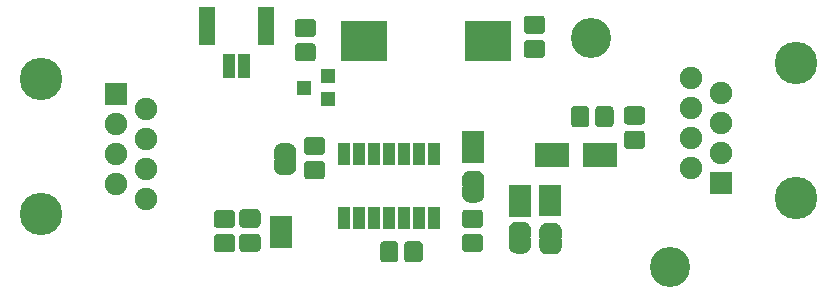
<source format=gbr>
G04 #@! TF.GenerationSoftware,KiCad,Pcbnew,(5.0.0)*
G04 #@! TF.CreationDate,2019-01-08T22:48:22-05:00*
G04 #@! TF.ProjectId,PoE PSE,506F45205053452E6B696361645F7063,rev?*
G04 #@! TF.SameCoordinates,Original*
G04 #@! TF.FileFunction,Soldermask,Top*
G04 #@! TF.FilePolarity,Negative*
%FSLAX46Y46*%
G04 Gerber Fmt 4.6, Leading zero omitted, Abs format (unit mm)*
G04 Created by KiCad (PCBNEW (5.0.0)) date 01/08/19 22:48:22*
%MOMM*%
%LPD*%
G01*
G04 APERTURE LIST*
%ADD10C,3.400000*%
%ADD11R,2.900000X2.100000*%
%ADD12R,3.900000X3.400000*%
%ADD13R,1.300000X1.200000*%
%ADD14C,0.100000*%
%ADD15C,1.550000*%
%ADD16C,1.900000*%
%ADD17R,1.900000X1.900000*%
%ADD18C,3.600000*%
%ADD19R,1.000000X2.100000*%
%ADD20R,1.400000X3.200000*%
%ADD21C,0.500000*%
%ADD22R,1.900000X1.400000*%
%ADD23R,1.000000X1.900000*%
G04 APERTURE END LIST*
D10*
G04 #@! TO.C,REF\002A\002A*
X150065740Y-116784120D03*
G04 #@! TD*
D11*
G04 #@! TO.C,D3*
X144113000Y-107315000D03*
X140113000Y-107315000D03*
G04 #@! TD*
D12*
G04 #@! TO.C,L1*
X134686040Y-97693480D03*
X124186040Y-97693480D03*
G04 #@! TD*
D13*
G04 #@! TO.C,D2*
X121078500Y-102547460D03*
X121078500Y-100647460D03*
X119078500Y-101597460D03*
G04 #@! TD*
D14*
G04 #@! TO.C,C1*
G36*
X120571164Y-107809192D02*
X120603874Y-107814044D01*
X120635950Y-107822078D01*
X120667084Y-107833218D01*
X120696977Y-107847356D01*
X120725340Y-107864356D01*
X120751900Y-107884054D01*
X120776401Y-107906261D01*
X120798608Y-107930762D01*
X120818306Y-107957322D01*
X120835306Y-107985685D01*
X120849444Y-108015578D01*
X120860584Y-108046712D01*
X120868618Y-108078788D01*
X120873470Y-108111498D01*
X120875093Y-108144525D01*
X120875093Y-109020613D01*
X120873470Y-109053640D01*
X120868618Y-109086350D01*
X120860584Y-109118426D01*
X120849444Y-109149560D01*
X120835306Y-109179453D01*
X120818306Y-109207816D01*
X120798608Y-109234376D01*
X120776401Y-109258877D01*
X120751900Y-109281084D01*
X120725340Y-109300782D01*
X120696977Y-109317782D01*
X120667084Y-109331920D01*
X120635950Y-109343060D01*
X120603874Y-109351094D01*
X120571164Y-109355946D01*
X120538137Y-109357569D01*
X119412049Y-109357569D01*
X119379022Y-109355946D01*
X119346312Y-109351094D01*
X119314236Y-109343060D01*
X119283102Y-109331920D01*
X119253209Y-109317782D01*
X119224846Y-109300782D01*
X119198286Y-109281084D01*
X119173785Y-109258877D01*
X119151578Y-109234376D01*
X119131880Y-109207816D01*
X119114880Y-109179453D01*
X119100742Y-109149560D01*
X119089602Y-109118426D01*
X119081568Y-109086350D01*
X119076716Y-109053640D01*
X119075093Y-109020613D01*
X119075093Y-108144525D01*
X119076716Y-108111498D01*
X119081568Y-108078788D01*
X119089602Y-108046712D01*
X119100742Y-108015578D01*
X119114880Y-107985685D01*
X119131880Y-107957322D01*
X119151578Y-107930762D01*
X119173785Y-107906261D01*
X119198286Y-107884054D01*
X119224846Y-107864356D01*
X119253209Y-107847356D01*
X119283102Y-107833218D01*
X119314236Y-107822078D01*
X119346312Y-107814044D01*
X119379022Y-107809192D01*
X119412049Y-107807569D01*
X120538137Y-107807569D01*
X120571164Y-107809192D01*
X120571164Y-107809192D01*
G37*
D15*
X119975093Y-108582569D03*
D14*
G36*
X120571164Y-105759192D02*
X120603874Y-105764044D01*
X120635950Y-105772078D01*
X120667084Y-105783218D01*
X120696977Y-105797356D01*
X120725340Y-105814356D01*
X120751900Y-105834054D01*
X120776401Y-105856261D01*
X120798608Y-105880762D01*
X120818306Y-105907322D01*
X120835306Y-105935685D01*
X120849444Y-105965578D01*
X120860584Y-105996712D01*
X120868618Y-106028788D01*
X120873470Y-106061498D01*
X120875093Y-106094525D01*
X120875093Y-106970613D01*
X120873470Y-107003640D01*
X120868618Y-107036350D01*
X120860584Y-107068426D01*
X120849444Y-107099560D01*
X120835306Y-107129453D01*
X120818306Y-107157816D01*
X120798608Y-107184376D01*
X120776401Y-107208877D01*
X120751900Y-107231084D01*
X120725340Y-107250782D01*
X120696977Y-107267782D01*
X120667084Y-107281920D01*
X120635950Y-107293060D01*
X120603874Y-107301094D01*
X120571164Y-107305946D01*
X120538137Y-107307569D01*
X119412049Y-107307569D01*
X119379022Y-107305946D01*
X119346312Y-107301094D01*
X119314236Y-107293060D01*
X119283102Y-107281920D01*
X119253209Y-107267782D01*
X119224846Y-107250782D01*
X119198286Y-107231084D01*
X119173785Y-107208877D01*
X119151578Y-107184376D01*
X119131880Y-107157816D01*
X119114880Y-107129453D01*
X119100742Y-107099560D01*
X119089602Y-107068426D01*
X119081568Y-107036350D01*
X119076716Y-107003640D01*
X119075093Y-106970613D01*
X119075093Y-106094525D01*
X119076716Y-106061498D01*
X119081568Y-106028788D01*
X119089602Y-105996712D01*
X119100742Y-105965578D01*
X119114880Y-105935685D01*
X119131880Y-105907322D01*
X119151578Y-105880762D01*
X119173785Y-105856261D01*
X119198286Y-105834054D01*
X119224846Y-105814356D01*
X119253209Y-105797356D01*
X119283102Y-105783218D01*
X119314236Y-105772078D01*
X119346312Y-105764044D01*
X119379022Y-105759192D01*
X119412049Y-105757569D01*
X120538137Y-105757569D01*
X120571164Y-105759192D01*
X120571164Y-105759192D01*
G37*
D15*
X119975093Y-106532569D03*
G04 #@! TD*
D14*
G04 #@! TO.C,C2*
G36*
X112940271Y-111947903D02*
X112972981Y-111952755D01*
X113005057Y-111960789D01*
X113036191Y-111971929D01*
X113066084Y-111986067D01*
X113094447Y-112003067D01*
X113121007Y-112022765D01*
X113145508Y-112044972D01*
X113167715Y-112069473D01*
X113187413Y-112096033D01*
X113204413Y-112124396D01*
X113218551Y-112154289D01*
X113229691Y-112185423D01*
X113237725Y-112217499D01*
X113242577Y-112250209D01*
X113244200Y-112283236D01*
X113244200Y-113159324D01*
X113242577Y-113192351D01*
X113237725Y-113225061D01*
X113229691Y-113257137D01*
X113218551Y-113288271D01*
X113204413Y-113318164D01*
X113187413Y-113346527D01*
X113167715Y-113373087D01*
X113145508Y-113397588D01*
X113121007Y-113419795D01*
X113094447Y-113439493D01*
X113066084Y-113456493D01*
X113036191Y-113470631D01*
X113005057Y-113481771D01*
X112972981Y-113489805D01*
X112940271Y-113494657D01*
X112907244Y-113496280D01*
X111781156Y-113496280D01*
X111748129Y-113494657D01*
X111715419Y-113489805D01*
X111683343Y-113481771D01*
X111652209Y-113470631D01*
X111622316Y-113456493D01*
X111593953Y-113439493D01*
X111567393Y-113419795D01*
X111542892Y-113397588D01*
X111520685Y-113373087D01*
X111500987Y-113346527D01*
X111483987Y-113318164D01*
X111469849Y-113288271D01*
X111458709Y-113257137D01*
X111450675Y-113225061D01*
X111445823Y-113192351D01*
X111444200Y-113159324D01*
X111444200Y-112283236D01*
X111445823Y-112250209D01*
X111450675Y-112217499D01*
X111458709Y-112185423D01*
X111469849Y-112154289D01*
X111483987Y-112124396D01*
X111500987Y-112096033D01*
X111520685Y-112069473D01*
X111542892Y-112044972D01*
X111567393Y-112022765D01*
X111593953Y-112003067D01*
X111622316Y-111986067D01*
X111652209Y-111971929D01*
X111683343Y-111960789D01*
X111715419Y-111952755D01*
X111748129Y-111947903D01*
X111781156Y-111946280D01*
X112907244Y-111946280D01*
X112940271Y-111947903D01*
X112940271Y-111947903D01*
G37*
D15*
X112344200Y-112721280D03*
D14*
G36*
X112940271Y-113997903D02*
X112972981Y-114002755D01*
X113005057Y-114010789D01*
X113036191Y-114021929D01*
X113066084Y-114036067D01*
X113094447Y-114053067D01*
X113121007Y-114072765D01*
X113145508Y-114094972D01*
X113167715Y-114119473D01*
X113187413Y-114146033D01*
X113204413Y-114174396D01*
X113218551Y-114204289D01*
X113229691Y-114235423D01*
X113237725Y-114267499D01*
X113242577Y-114300209D01*
X113244200Y-114333236D01*
X113244200Y-115209324D01*
X113242577Y-115242351D01*
X113237725Y-115275061D01*
X113229691Y-115307137D01*
X113218551Y-115338271D01*
X113204413Y-115368164D01*
X113187413Y-115396527D01*
X113167715Y-115423087D01*
X113145508Y-115447588D01*
X113121007Y-115469795D01*
X113094447Y-115489493D01*
X113066084Y-115506493D01*
X113036191Y-115520631D01*
X113005057Y-115531771D01*
X112972981Y-115539805D01*
X112940271Y-115544657D01*
X112907244Y-115546280D01*
X111781156Y-115546280D01*
X111748129Y-115544657D01*
X111715419Y-115539805D01*
X111683343Y-115531771D01*
X111652209Y-115520631D01*
X111622316Y-115506493D01*
X111593953Y-115489493D01*
X111567393Y-115469795D01*
X111542892Y-115447588D01*
X111520685Y-115423087D01*
X111500987Y-115396527D01*
X111483987Y-115368164D01*
X111469849Y-115338271D01*
X111458709Y-115307137D01*
X111450675Y-115275061D01*
X111445823Y-115242351D01*
X111444200Y-115209324D01*
X111444200Y-114333236D01*
X111445823Y-114300209D01*
X111450675Y-114267499D01*
X111458709Y-114235423D01*
X111469849Y-114204289D01*
X111483987Y-114174396D01*
X111500987Y-114146033D01*
X111520685Y-114119473D01*
X111542892Y-114094972D01*
X111567393Y-114072765D01*
X111593953Y-114053067D01*
X111622316Y-114036067D01*
X111652209Y-114021929D01*
X111683343Y-114010789D01*
X111715419Y-114002755D01*
X111748129Y-113997903D01*
X111781156Y-113996280D01*
X112907244Y-113996280D01*
X112940271Y-113997903D01*
X112940271Y-113997903D01*
G37*
D15*
X112344200Y-114771280D03*
G04 #@! TD*
D14*
G04 #@! TO.C,C3*
G36*
X126772571Y-114608123D02*
X126805281Y-114612975D01*
X126837357Y-114621009D01*
X126868491Y-114632149D01*
X126898384Y-114646287D01*
X126926747Y-114663287D01*
X126953307Y-114682985D01*
X126977808Y-114705192D01*
X127000015Y-114729693D01*
X127019713Y-114756253D01*
X127036713Y-114784616D01*
X127050851Y-114814509D01*
X127061991Y-114845643D01*
X127070025Y-114877719D01*
X127074877Y-114910429D01*
X127076500Y-114943456D01*
X127076500Y-116069544D01*
X127074877Y-116102571D01*
X127070025Y-116135281D01*
X127061991Y-116167357D01*
X127050851Y-116198491D01*
X127036713Y-116228384D01*
X127019713Y-116256747D01*
X127000015Y-116283307D01*
X126977808Y-116307808D01*
X126953307Y-116330015D01*
X126926747Y-116349713D01*
X126898384Y-116366713D01*
X126868491Y-116380851D01*
X126837357Y-116391991D01*
X126805281Y-116400025D01*
X126772571Y-116404877D01*
X126739544Y-116406500D01*
X125863456Y-116406500D01*
X125830429Y-116404877D01*
X125797719Y-116400025D01*
X125765643Y-116391991D01*
X125734509Y-116380851D01*
X125704616Y-116366713D01*
X125676253Y-116349713D01*
X125649693Y-116330015D01*
X125625192Y-116307808D01*
X125602985Y-116283307D01*
X125583287Y-116256747D01*
X125566287Y-116228384D01*
X125552149Y-116198491D01*
X125541009Y-116167357D01*
X125532975Y-116135281D01*
X125528123Y-116102571D01*
X125526500Y-116069544D01*
X125526500Y-114943456D01*
X125528123Y-114910429D01*
X125532975Y-114877719D01*
X125541009Y-114845643D01*
X125552149Y-114814509D01*
X125566287Y-114784616D01*
X125583287Y-114756253D01*
X125602985Y-114729693D01*
X125625192Y-114705192D01*
X125649693Y-114682985D01*
X125676253Y-114663287D01*
X125704616Y-114646287D01*
X125734509Y-114632149D01*
X125765643Y-114621009D01*
X125797719Y-114612975D01*
X125830429Y-114608123D01*
X125863456Y-114606500D01*
X126739544Y-114606500D01*
X126772571Y-114608123D01*
X126772571Y-114608123D01*
G37*
D15*
X126301500Y-115506500D03*
D14*
G36*
X128822571Y-114608123D02*
X128855281Y-114612975D01*
X128887357Y-114621009D01*
X128918491Y-114632149D01*
X128948384Y-114646287D01*
X128976747Y-114663287D01*
X129003307Y-114682985D01*
X129027808Y-114705192D01*
X129050015Y-114729693D01*
X129069713Y-114756253D01*
X129086713Y-114784616D01*
X129100851Y-114814509D01*
X129111991Y-114845643D01*
X129120025Y-114877719D01*
X129124877Y-114910429D01*
X129126500Y-114943456D01*
X129126500Y-116069544D01*
X129124877Y-116102571D01*
X129120025Y-116135281D01*
X129111991Y-116167357D01*
X129100851Y-116198491D01*
X129086713Y-116228384D01*
X129069713Y-116256747D01*
X129050015Y-116283307D01*
X129027808Y-116307808D01*
X129003307Y-116330015D01*
X128976747Y-116349713D01*
X128948384Y-116366713D01*
X128918491Y-116380851D01*
X128887357Y-116391991D01*
X128855281Y-116400025D01*
X128822571Y-116404877D01*
X128789544Y-116406500D01*
X127913456Y-116406500D01*
X127880429Y-116404877D01*
X127847719Y-116400025D01*
X127815643Y-116391991D01*
X127784509Y-116380851D01*
X127754616Y-116366713D01*
X127726253Y-116349713D01*
X127699693Y-116330015D01*
X127675192Y-116307808D01*
X127652985Y-116283307D01*
X127633287Y-116256747D01*
X127616287Y-116228384D01*
X127602149Y-116198491D01*
X127591009Y-116167357D01*
X127582975Y-116135281D01*
X127578123Y-116102571D01*
X127576500Y-116069544D01*
X127576500Y-114943456D01*
X127578123Y-114910429D01*
X127582975Y-114877719D01*
X127591009Y-114845643D01*
X127602149Y-114814509D01*
X127616287Y-114784616D01*
X127633287Y-114756253D01*
X127652985Y-114729693D01*
X127675192Y-114705192D01*
X127699693Y-114682985D01*
X127726253Y-114663287D01*
X127754616Y-114646287D01*
X127784509Y-114632149D01*
X127815643Y-114621009D01*
X127847719Y-114612975D01*
X127880429Y-114608123D01*
X127913456Y-114606500D01*
X128789544Y-114606500D01*
X128822571Y-114608123D01*
X128822571Y-114608123D01*
G37*
D15*
X128351500Y-115506500D03*
G04 #@! TD*
D14*
G04 #@! TO.C,C4*
G36*
X133946071Y-111930123D02*
X133978781Y-111934975D01*
X134010857Y-111943009D01*
X134041991Y-111954149D01*
X134071884Y-111968287D01*
X134100247Y-111985287D01*
X134126807Y-112004985D01*
X134151308Y-112027192D01*
X134173515Y-112051693D01*
X134193213Y-112078253D01*
X134210213Y-112106616D01*
X134224351Y-112136509D01*
X134235491Y-112167643D01*
X134243525Y-112199719D01*
X134248377Y-112232429D01*
X134250000Y-112265456D01*
X134250000Y-113141544D01*
X134248377Y-113174571D01*
X134243525Y-113207281D01*
X134235491Y-113239357D01*
X134224351Y-113270491D01*
X134210213Y-113300384D01*
X134193213Y-113328747D01*
X134173515Y-113355307D01*
X134151308Y-113379808D01*
X134126807Y-113402015D01*
X134100247Y-113421713D01*
X134071884Y-113438713D01*
X134041991Y-113452851D01*
X134010857Y-113463991D01*
X133978781Y-113472025D01*
X133946071Y-113476877D01*
X133913044Y-113478500D01*
X132786956Y-113478500D01*
X132753929Y-113476877D01*
X132721219Y-113472025D01*
X132689143Y-113463991D01*
X132658009Y-113452851D01*
X132628116Y-113438713D01*
X132599753Y-113421713D01*
X132573193Y-113402015D01*
X132548692Y-113379808D01*
X132526485Y-113355307D01*
X132506787Y-113328747D01*
X132489787Y-113300384D01*
X132475649Y-113270491D01*
X132464509Y-113239357D01*
X132456475Y-113207281D01*
X132451623Y-113174571D01*
X132450000Y-113141544D01*
X132450000Y-112265456D01*
X132451623Y-112232429D01*
X132456475Y-112199719D01*
X132464509Y-112167643D01*
X132475649Y-112136509D01*
X132489787Y-112106616D01*
X132506787Y-112078253D01*
X132526485Y-112051693D01*
X132548692Y-112027192D01*
X132573193Y-112004985D01*
X132599753Y-111985287D01*
X132628116Y-111968287D01*
X132658009Y-111954149D01*
X132689143Y-111943009D01*
X132721219Y-111934975D01*
X132753929Y-111930123D01*
X132786956Y-111928500D01*
X133913044Y-111928500D01*
X133946071Y-111930123D01*
X133946071Y-111930123D01*
G37*
D15*
X133350000Y-112703500D03*
D14*
G36*
X133946071Y-113980123D02*
X133978781Y-113984975D01*
X134010857Y-113993009D01*
X134041991Y-114004149D01*
X134071884Y-114018287D01*
X134100247Y-114035287D01*
X134126807Y-114054985D01*
X134151308Y-114077192D01*
X134173515Y-114101693D01*
X134193213Y-114128253D01*
X134210213Y-114156616D01*
X134224351Y-114186509D01*
X134235491Y-114217643D01*
X134243525Y-114249719D01*
X134248377Y-114282429D01*
X134250000Y-114315456D01*
X134250000Y-115191544D01*
X134248377Y-115224571D01*
X134243525Y-115257281D01*
X134235491Y-115289357D01*
X134224351Y-115320491D01*
X134210213Y-115350384D01*
X134193213Y-115378747D01*
X134173515Y-115405307D01*
X134151308Y-115429808D01*
X134126807Y-115452015D01*
X134100247Y-115471713D01*
X134071884Y-115488713D01*
X134041991Y-115502851D01*
X134010857Y-115513991D01*
X133978781Y-115522025D01*
X133946071Y-115526877D01*
X133913044Y-115528500D01*
X132786956Y-115528500D01*
X132753929Y-115526877D01*
X132721219Y-115522025D01*
X132689143Y-115513991D01*
X132658009Y-115502851D01*
X132628116Y-115488713D01*
X132599753Y-115471713D01*
X132573193Y-115452015D01*
X132548692Y-115429808D01*
X132526485Y-115405307D01*
X132506787Y-115378747D01*
X132489787Y-115350384D01*
X132475649Y-115320491D01*
X132464509Y-115289357D01*
X132456475Y-115257281D01*
X132451623Y-115224571D01*
X132450000Y-115191544D01*
X132450000Y-114315456D01*
X132451623Y-114282429D01*
X132456475Y-114249719D01*
X132464509Y-114217643D01*
X132475649Y-114186509D01*
X132489787Y-114156616D01*
X132506787Y-114128253D01*
X132526485Y-114101693D01*
X132548692Y-114077192D01*
X132573193Y-114054985D01*
X132599753Y-114035287D01*
X132628116Y-114018287D01*
X132658009Y-114004149D01*
X132689143Y-113993009D01*
X132721219Y-113984975D01*
X132753929Y-113980123D01*
X132786956Y-113978500D01*
X133913044Y-113978500D01*
X133946071Y-113980123D01*
X133946071Y-113980123D01*
G37*
D15*
X133350000Y-114753500D03*
G04 #@! TD*
D14*
G04 #@! TO.C,C5*
G36*
X147667151Y-105237443D02*
X147699861Y-105242295D01*
X147731937Y-105250329D01*
X147763071Y-105261469D01*
X147792964Y-105275607D01*
X147821327Y-105292607D01*
X147847887Y-105312305D01*
X147872388Y-105334512D01*
X147894595Y-105359013D01*
X147914293Y-105385573D01*
X147931293Y-105413936D01*
X147945431Y-105443829D01*
X147956571Y-105474963D01*
X147964605Y-105507039D01*
X147969457Y-105539749D01*
X147971080Y-105572776D01*
X147971080Y-106448864D01*
X147969457Y-106481891D01*
X147964605Y-106514601D01*
X147956571Y-106546677D01*
X147945431Y-106577811D01*
X147931293Y-106607704D01*
X147914293Y-106636067D01*
X147894595Y-106662627D01*
X147872388Y-106687128D01*
X147847887Y-106709335D01*
X147821327Y-106729033D01*
X147792964Y-106746033D01*
X147763071Y-106760171D01*
X147731937Y-106771311D01*
X147699861Y-106779345D01*
X147667151Y-106784197D01*
X147634124Y-106785820D01*
X146508036Y-106785820D01*
X146475009Y-106784197D01*
X146442299Y-106779345D01*
X146410223Y-106771311D01*
X146379089Y-106760171D01*
X146349196Y-106746033D01*
X146320833Y-106729033D01*
X146294273Y-106709335D01*
X146269772Y-106687128D01*
X146247565Y-106662627D01*
X146227867Y-106636067D01*
X146210867Y-106607704D01*
X146196729Y-106577811D01*
X146185589Y-106546677D01*
X146177555Y-106514601D01*
X146172703Y-106481891D01*
X146171080Y-106448864D01*
X146171080Y-105572776D01*
X146172703Y-105539749D01*
X146177555Y-105507039D01*
X146185589Y-105474963D01*
X146196729Y-105443829D01*
X146210867Y-105413936D01*
X146227867Y-105385573D01*
X146247565Y-105359013D01*
X146269772Y-105334512D01*
X146294273Y-105312305D01*
X146320833Y-105292607D01*
X146349196Y-105275607D01*
X146379089Y-105261469D01*
X146410223Y-105250329D01*
X146442299Y-105242295D01*
X146475009Y-105237443D01*
X146508036Y-105235820D01*
X147634124Y-105235820D01*
X147667151Y-105237443D01*
X147667151Y-105237443D01*
G37*
D15*
X147071080Y-106010820D03*
D14*
G36*
X147667151Y-103187443D02*
X147699861Y-103192295D01*
X147731937Y-103200329D01*
X147763071Y-103211469D01*
X147792964Y-103225607D01*
X147821327Y-103242607D01*
X147847887Y-103262305D01*
X147872388Y-103284512D01*
X147894595Y-103309013D01*
X147914293Y-103335573D01*
X147931293Y-103363936D01*
X147945431Y-103393829D01*
X147956571Y-103424963D01*
X147964605Y-103457039D01*
X147969457Y-103489749D01*
X147971080Y-103522776D01*
X147971080Y-104398864D01*
X147969457Y-104431891D01*
X147964605Y-104464601D01*
X147956571Y-104496677D01*
X147945431Y-104527811D01*
X147931293Y-104557704D01*
X147914293Y-104586067D01*
X147894595Y-104612627D01*
X147872388Y-104637128D01*
X147847887Y-104659335D01*
X147821327Y-104679033D01*
X147792964Y-104696033D01*
X147763071Y-104710171D01*
X147731937Y-104721311D01*
X147699861Y-104729345D01*
X147667151Y-104734197D01*
X147634124Y-104735820D01*
X146508036Y-104735820D01*
X146475009Y-104734197D01*
X146442299Y-104729345D01*
X146410223Y-104721311D01*
X146379089Y-104710171D01*
X146349196Y-104696033D01*
X146320833Y-104679033D01*
X146294273Y-104659335D01*
X146269772Y-104637128D01*
X146247565Y-104612627D01*
X146227867Y-104586067D01*
X146210867Y-104557704D01*
X146196729Y-104527811D01*
X146185589Y-104496677D01*
X146177555Y-104464601D01*
X146172703Y-104431891D01*
X146171080Y-104398864D01*
X146171080Y-103522776D01*
X146172703Y-103489749D01*
X146177555Y-103457039D01*
X146185589Y-103424963D01*
X146196729Y-103393829D01*
X146210867Y-103363936D01*
X146227867Y-103335573D01*
X146247565Y-103309013D01*
X146269772Y-103284512D01*
X146294273Y-103262305D01*
X146320833Y-103242607D01*
X146349196Y-103225607D01*
X146379089Y-103211469D01*
X146410223Y-103200329D01*
X146442299Y-103192295D01*
X146475009Y-103187443D01*
X146508036Y-103185820D01*
X147634124Y-103185820D01*
X147667151Y-103187443D01*
X147667151Y-103187443D01*
G37*
D15*
X147071080Y-103960820D03*
G04 #@! TD*
D14*
G04 #@! TO.C,D1*
G36*
X119785571Y-95788423D02*
X119818281Y-95793275D01*
X119850357Y-95801309D01*
X119881491Y-95812449D01*
X119911384Y-95826587D01*
X119939747Y-95843587D01*
X119966307Y-95863285D01*
X119990808Y-95885492D01*
X120013015Y-95909993D01*
X120032713Y-95936553D01*
X120049713Y-95964916D01*
X120063851Y-95994809D01*
X120074991Y-96025943D01*
X120083025Y-96058019D01*
X120087877Y-96090729D01*
X120089500Y-96123756D01*
X120089500Y-96999844D01*
X120087877Y-97032871D01*
X120083025Y-97065581D01*
X120074991Y-97097657D01*
X120063851Y-97128791D01*
X120049713Y-97158684D01*
X120032713Y-97187047D01*
X120013015Y-97213607D01*
X119990808Y-97238108D01*
X119966307Y-97260315D01*
X119939747Y-97280013D01*
X119911384Y-97297013D01*
X119881491Y-97311151D01*
X119850357Y-97322291D01*
X119818281Y-97330325D01*
X119785571Y-97335177D01*
X119752544Y-97336800D01*
X118626456Y-97336800D01*
X118593429Y-97335177D01*
X118560719Y-97330325D01*
X118528643Y-97322291D01*
X118497509Y-97311151D01*
X118467616Y-97297013D01*
X118439253Y-97280013D01*
X118412693Y-97260315D01*
X118388192Y-97238108D01*
X118365985Y-97213607D01*
X118346287Y-97187047D01*
X118329287Y-97158684D01*
X118315149Y-97128791D01*
X118304009Y-97097657D01*
X118295975Y-97065581D01*
X118291123Y-97032871D01*
X118289500Y-96999844D01*
X118289500Y-96123756D01*
X118291123Y-96090729D01*
X118295975Y-96058019D01*
X118304009Y-96025943D01*
X118315149Y-95994809D01*
X118329287Y-95964916D01*
X118346287Y-95936553D01*
X118365985Y-95909993D01*
X118388192Y-95885492D01*
X118412693Y-95863285D01*
X118439253Y-95843587D01*
X118467616Y-95826587D01*
X118497509Y-95812449D01*
X118528643Y-95801309D01*
X118560719Y-95793275D01*
X118593429Y-95788423D01*
X118626456Y-95786800D01*
X119752544Y-95786800D01*
X119785571Y-95788423D01*
X119785571Y-95788423D01*
G37*
D15*
X119189500Y-96561800D03*
D14*
G36*
X119785571Y-97838423D02*
X119818281Y-97843275D01*
X119850357Y-97851309D01*
X119881491Y-97862449D01*
X119911384Y-97876587D01*
X119939747Y-97893587D01*
X119966307Y-97913285D01*
X119990808Y-97935492D01*
X120013015Y-97959993D01*
X120032713Y-97986553D01*
X120049713Y-98014916D01*
X120063851Y-98044809D01*
X120074991Y-98075943D01*
X120083025Y-98108019D01*
X120087877Y-98140729D01*
X120089500Y-98173756D01*
X120089500Y-99049844D01*
X120087877Y-99082871D01*
X120083025Y-99115581D01*
X120074991Y-99147657D01*
X120063851Y-99178791D01*
X120049713Y-99208684D01*
X120032713Y-99237047D01*
X120013015Y-99263607D01*
X119990808Y-99288108D01*
X119966307Y-99310315D01*
X119939747Y-99330013D01*
X119911384Y-99347013D01*
X119881491Y-99361151D01*
X119850357Y-99372291D01*
X119818281Y-99380325D01*
X119785571Y-99385177D01*
X119752544Y-99386800D01*
X118626456Y-99386800D01*
X118593429Y-99385177D01*
X118560719Y-99380325D01*
X118528643Y-99372291D01*
X118497509Y-99361151D01*
X118467616Y-99347013D01*
X118439253Y-99330013D01*
X118412693Y-99310315D01*
X118388192Y-99288108D01*
X118365985Y-99263607D01*
X118346287Y-99237047D01*
X118329287Y-99208684D01*
X118315149Y-99178791D01*
X118304009Y-99147657D01*
X118295975Y-99115581D01*
X118291123Y-99082871D01*
X118289500Y-99049844D01*
X118289500Y-98173756D01*
X118291123Y-98140729D01*
X118295975Y-98108019D01*
X118304009Y-98075943D01*
X118315149Y-98044809D01*
X118329287Y-98014916D01*
X118346287Y-97986553D01*
X118365985Y-97959993D01*
X118388192Y-97935492D01*
X118412693Y-97913285D01*
X118439253Y-97893587D01*
X118467616Y-97876587D01*
X118497509Y-97862449D01*
X118528643Y-97851309D01*
X118560719Y-97843275D01*
X118593429Y-97838423D01*
X118626456Y-97836800D01*
X119752544Y-97836800D01*
X119785571Y-97838423D01*
X119785571Y-97838423D01*
G37*
D15*
X119189500Y-98611800D03*
G04 #@! TD*
D14*
G04 #@! TO.C,F1*
G36*
X144988291Y-103157803D02*
X145021001Y-103162655D01*
X145053077Y-103170689D01*
X145084211Y-103181829D01*
X145114104Y-103195967D01*
X145142467Y-103212967D01*
X145169027Y-103232665D01*
X145193528Y-103254872D01*
X145215735Y-103279373D01*
X145235433Y-103305933D01*
X145252433Y-103334296D01*
X145266571Y-103364189D01*
X145277711Y-103395323D01*
X145285745Y-103427399D01*
X145290597Y-103460109D01*
X145292220Y-103493136D01*
X145292220Y-104619224D01*
X145290597Y-104652251D01*
X145285745Y-104684961D01*
X145277711Y-104717037D01*
X145266571Y-104748171D01*
X145252433Y-104778064D01*
X145235433Y-104806427D01*
X145215735Y-104832987D01*
X145193528Y-104857488D01*
X145169027Y-104879695D01*
X145142467Y-104899393D01*
X145114104Y-104916393D01*
X145084211Y-104930531D01*
X145053077Y-104941671D01*
X145021001Y-104949705D01*
X144988291Y-104954557D01*
X144955264Y-104956180D01*
X144079176Y-104956180D01*
X144046149Y-104954557D01*
X144013439Y-104949705D01*
X143981363Y-104941671D01*
X143950229Y-104930531D01*
X143920336Y-104916393D01*
X143891973Y-104899393D01*
X143865413Y-104879695D01*
X143840912Y-104857488D01*
X143818705Y-104832987D01*
X143799007Y-104806427D01*
X143782007Y-104778064D01*
X143767869Y-104748171D01*
X143756729Y-104717037D01*
X143748695Y-104684961D01*
X143743843Y-104652251D01*
X143742220Y-104619224D01*
X143742220Y-103493136D01*
X143743843Y-103460109D01*
X143748695Y-103427399D01*
X143756729Y-103395323D01*
X143767869Y-103364189D01*
X143782007Y-103334296D01*
X143799007Y-103305933D01*
X143818705Y-103279373D01*
X143840912Y-103254872D01*
X143865413Y-103232665D01*
X143891973Y-103212967D01*
X143920336Y-103195967D01*
X143950229Y-103181829D01*
X143981363Y-103170689D01*
X144013439Y-103162655D01*
X144046149Y-103157803D01*
X144079176Y-103156180D01*
X144955264Y-103156180D01*
X144988291Y-103157803D01*
X144988291Y-103157803D01*
G37*
D15*
X144517220Y-104056180D03*
D14*
G36*
X142938291Y-103157803D02*
X142971001Y-103162655D01*
X143003077Y-103170689D01*
X143034211Y-103181829D01*
X143064104Y-103195967D01*
X143092467Y-103212967D01*
X143119027Y-103232665D01*
X143143528Y-103254872D01*
X143165735Y-103279373D01*
X143185433Y-103305933D01*
X143202433Y-103334296D01*
X143216571Y-103364189D01*
X143227711Y-103395323D01*
X143235745Y-103427399D01*
X143240597Y-103460109D01*
X143242220Y-103493136D01*
X143242220Y-104619224D01*
X143240597Y-104652251D01*
X143235745Y-104684961D01*
X143227711Y-104717037D01*
X143216571Y-104748171D01*
X143202433Y-104778064D01*
X143185433Y-104806427D01*
X143165735Y-104832987D01*
X143143528Y-104857488D01*
X143119027Y-104879695D01*
X143092467Y-104899393D01*
X143064104Y-104916393D01*
X143034211Y-104930531D01*
X143003077Y-104941671D01*
X142971001Y-104949705D01*
X142938291Y-104954557D01*
X142905264Y-104956180D01*
X142029176Y-104956180D01*
X141996149Y-104954557D01*
X141963439Y-104949705D01*
X141931363Y-104941671D01*
X141900229Y-104930531D01*
X141870336Y-104916393D01*
X141841973Y-104899393D01*
X141815413Y-104879695D01*
X141790912Y-104857488D01*
X141768705Y-104832987D01*
X141749007Y-104806427D01*
X141732007Y-104778064D01*
X141717869Y-104748171D01*
X141706729Y-104717037D01*
X141698695Y-104684961D01*
X141693843Y-104652251D01*
X141692220Y-104619224D01*
X141692220Y-103493136D01*
X141693843Y-103460109D01*
X141698695Y-103427399D01*
X141706729Y-103395323D01*
X141717869Y-103364189D01*
X141732007Y-103334296D01*
X141749007Y-103305933D01*
X141768705Y-103279373D01*
X141790912Y-103254872D01*
X141815413Y-103232665D01*
X141841973Y-103212967D01*
X141870336Y-103195967D01*
X141900229Y-103181829D01*
X141931363Y-103170689D01*
X141963439Y-103162655D01*
X141996149Y-103157803D01*
X142029176Y-103156180D01*
X142905264Y-103156180D01*
X142938291Y-103157803D01*
X142938291Y-103157803D01*
G37*
D15*
X142467220Y-104056180D03*
G04 #@! TD*
D16*
G04 #@! TO.C,J1*
X105727500Y-110998000D03*
X103187500Y-109728000D03*
X105727500Y-108458000D03*
X103187500Y-107188000D03*
X105727500Y-105918000D03*
X103187500Y-104648000D03*
X105727500Y-103378000D03*
D17*
X103187500Y-102108000D03*
D18*
X96837500Y-100838000D03*
X96837500Y-112268000D03*
G04 #@! TD*
D19*
G04 #@! TO.C,J2*
X112765680Y-99750160D03*
X114015680Y-99750160D03*
D20*
X110915680Y-96400160D03*
X115865680Y-96400160D03*
G04 #@! TD*
D18*
G04 #@! TO.C,J3*
X160782000Y-99504500D03*
X160782000Y-110934500D03*
D17*
X154432000Y-109664500D03*
D16*
X151892000Y-108394500D03*
X154432000Y-107124500D03*
X151892000Y-105854500D03*
X154432000Y-104584500D03*
X151892000Y-103314500D03*
X154432000Y-102044500D03*
X151892000Y-100774500D03*
G04 #@! TD*
D21*
G04 #@! TO.C,JP1*
X133413500Y-109332000D03*
D14*
G36*
X132464102Y-109325888D02*
X132464102Y-109307466D01*
X132465065Y-109287860D01*
X132469875Y-109239029D01*
X132472754Y-109219620D01*
X132482326Y-109171495D01*
X132487096Y-109152452D01*
X132501340Y-109105497D01*
X132507951Y-109087020D01*
X132526728Y-109041687D01*
X132535123Y-109023939D01*
X132558254Y-108980666D01*
X132568340Y-108963838D01*
X132595600Y-108923039D01*
X132607295Y-108907270D01*
X132638423Y-108869341D01*
X132651603Y-108854800D01*
X132686300Y-108820103D01*
X132700841Y-108806923D01*
X132738770Y-108775795D01*
X132754539Y-108764100D01*
X132795338Y-108736840D01*
X132812166Y-108726754D01*
X132855439Y-108703623D01*
X132873187Y-108695228D01*
X132918520Y-108676451D01*
X132936997Y-108669840D01*
X132983952Y-108655596D01*
X133002995Y-108650826D01*
X133051120Y-108641254D01*
X133070529Y-108638375D01*
X133119360Y-108633565D01*
X133138966Y-108632602D01*
X133157388Y-108632602D01*
X133163500Y-108632000D01*
X133663500Y-108632000D01*
X133669612Y-108632602D01*
X133688034Y-108632602D01*
X133707640Y-108633565D01*
X133756471Y-108638375D01*
X133775880Y-108641254D01*
X133824005Y-108650826D01*
X133843048Y-108655596D01*
X133890003Y-108669840D01*
X133908480Y-108676451D01*
X133953813Y-108695228D01*
X133971561Y-108703623D01*
X134014834Y-108726754D01*
X134031662Y-108736840D01*
X134072461Y-108764100D01*
X134088230Y-108775795D01*
X134126159Y-108806923D01*
X134140700Y-108820103D01*
X134175397Y-108854800D01*
X134188577Y-108869341D01*
X134219705Y-108907270D01*
X134231400Y-108923039D01*
X134258660Y-108963838D01*
X134268746Y-108980666D01*
X134291877Y-109023939D01*
X134300272Y-109041687D01*
X134319049Y-109087020D01*
X134325660Y-109105497D01*
X134339904Y-109152452D01*
X134344674Y-109171495D01*
X134354246Y-109219620D01*
X134357125Y-109239029D01*
X134361935Y-109287860D01*
X134362898Y-109307466D01*
X134362898Y-109325888D01*
X134363500Y-109332000D01*
X134363500Y-109832000D01*
X134359657Y-109871018D01*
X134348276Y-109908537D01*
X134329794Y-109943114D01*
X134304921Y-109973421D01*
X134274614Y-109998294D01*
X134240037Y-110016776D01*
X134202518Y-110028157D01*
X134163500Y-110032000D01*
X132663500Y-110032000D01*
X132624482Y-110028157D01*
X132586963Y-110016776D01*
X132552386Y-109998294D01*
X132522079Y-109973421D01*
X132497206Y-109943114D01*
X132478724Y-109908537D01*
X132467343Y-109871018D01*
X132463500Y-109832000D01*
X132463500Y-109332000D01*
X132464102Y-109325888D01*
X132464102Y-109325888D01*
G37*
D21*
X133413500Y-110632000D03*
D14*
G36*
X132467343Y-110092982D02*
X132478724Y-110055463D01*
X132497206Y-110020886D01*
X132522079Y-109990579D01*
X132552386Y-109965706D01*
X132586963Y-109947224D01*
X132624482Y-109935843D01*
X132663500Y-109932000D01*
X132913500Y-109932000D01*
X132913500Y-109732000D01*
X132917343Y-109692982D01*
X132928724Y-109655463D01*
X132947206Y-109620886D01*
X132972079Y-109590579D01*
X133002386Y-109565706D01*
X133036963Y-109547224D01*
X133074482Y-109535843D01*
X133113500Y-109532000D01*
X133713500Y-109532000D01*
X133752518Y-109535843D01*
X133790037Y-109547224D01*
X133824614Y-109565706D01*
X133854921Y-109590579D01*
X133879794Y-109620886D01*
X133898276Y-109655463D01*
X133909657Y-109692982D01*
X133913500Y-109732000D01*
X133913500Y-109932000D01*
X134163500Y-109932000D01*
X134202518Y-109935843D01*
X134240037Y-109947224D01*
X134274614Y-109965706D01*
X134304921Y-109990579D01*
X134329794Y-110020886D01*
X134348276Y-110055463D01*
X134359657Y-110092982D01*
X134363500Y-110132000D01*
X134363500Y-110632000D01*
X134362898Y-110638112D01*
X134362898Y-110656534D01*
X134361935Y-110676140D01*
X134357125Y-110724971D01*
X134354246Y-110744380D01*
X134344674Y-110792505D01*
X134339904Y-110811548D01*
X134325660Y-110858503D01*
X134319049Y-110876980D01*
X134300272Y-110922313D01*
X134291877Y-110940061D01*
X134268746Y-110983334D01*
X134258660Y-111000162D01*
X134231400Y-111040961D01*
X134219705Y-111056730D01*
X134188577Y-111094659D01*
X134175397Y-111109200D01*
X134140700Y-111143897D01*
X134126159Y-111157077D01*
X134088230Y-111188205D01*
X134072461Y-111199900D01*
X134031662Y-111227160D01*
X134014834Y-111237246D01*
X133971561Y-111260377D01*
X133953813Y-111268772D01*
X133908480Y-111287549D01*
X133890003Y-111294160D01*
X133843048Y-111308404D01*
X133824005Y-111313174D01*
X133775880Y-111322746D01*
X133756471Y-111325625D01*
X133707640Y-111330435D01*
X133688034Y-111331398D01*
X133669612Y-111331398D01*
X133663500Y-111332000D01*
X133163500Y-111332000D01*
X133157388Y-111331398D01*
X133138966Y-111331398D01*
X133119360Y-111330435D01*
X133070529Y-111325625D01*
X133051120Y-111322746D01*
X133002995Y-111313174D01*
X132983952Y-111308404D01*
X132936997Y-111294160D01*
X132918520Y-111287549D01*
X132873187Y-111268772D01*
X132855439Y-111260377D01*
X132812166Y-111237246D01*
X132795338Y-111227160D01*
X132754539Y-111199900D01*
X132738770Y-111188205D01*
X132700841Y-111157077D01*
X132686300Y-111143897D01*
X132651603Y-111109200D01*
X132638423Y-111094659D01*
X132607295Y-111056730D01*
X132595600Y-111040961D01*
X132568340Y-111000162D01*
X132558254Y-110983334D01*
X132535123Y-110940061D01*
X132526728Y-110922313D01*
X132507951Y-110876980D01*
X132501340Y-110858503D01*
X132487096Y-110811548D01*
X132482326Y-110792505D01*
X132472754Y-110744380D01*
X132469875Y-110724971D01*
X132465065Y-110676140D01*
X132464102Y-110656534D01*
X132464102Y-110638112D01*
X132463500Y-110632000D01*
X132463500Y-110132000D01*
X132467343Y-110092982D01*
X132467343Y-110092982D01*
G37*
G04 #@! TD*
D22*
G04 #@! TO.C,JP2*
X133413500Y-105966500D03*
X133413500Y-107266500D03*
G04 #@! TD*
D21*
G04 #@! TO.C,JP3*
X117483093Y-108315569D03*
D14*
G36*
X116536936Y-107776551D02*
X116548317Y-107739032D01*
X116566799Y-107704455D01*
X116591672Y-107674148D01*
X116621979Y-107649275D01*
X116656556Y-107630793D01*
X116694075Y-107619412D01*
X116733093Y-107615569D01*
X116983093Y-107615569D01*
X116983093Y-107415569D01*
X116986936Y-107376551D01*
X116998317Y-107339032D01*
X117016799Y-107304455D01*
X117041672Y-107274148D01*
X117071979Y-107249275D01*
X117106556Y-107230793D01*
X117144075Y-107219412D01*
X117183093Y-107215569D01*
X117783093Y-107215569D01*
X117822111Y-107219412D01*
X117859630Y-107230793D01*
X117894207Y-107249275D01*
X117924514Y-107274148D01*
X117949387Y-107304455D01*
X117967869Y-107339032D01*
X117979250Y-107376551D01*
X117983093Y-107415569D01*
X117983093Y-107615569D01*
X118233093Y-107615569D01*
X118272111Y-107619412D01*
X118309630Y-107630793D01*
X118344207Y-107649275D01*
X118374514Y-107674148D01*
X118399387Y-107704455D01*
X118417869Y-107739032D01*
X118429250Y-107776551D01*
X118433093Y-107815569D01*
X118433093Y-108315569D01*
X118432491Y-108321681D01*
X118432491Y-108340103D01*
X118431528Y-108359709D01*
X118426718Y-108408540D01*
X118423839Y-108427949D01*
X118414267Y-108476074D01*
X118409497Y-108495117D01*
X118395253Y-108542072D01*
X118388642Y-108560549D01*
X118369865Y-108605882D01*
X118361470Y-108623630D01*
X118338339Y-108666903D01*
X118328253Y-108683731D01*
X118300993Y-108724530D01*
X118289298Y-108740299D01*
X118258170Y-108778228D01*
X118244990Y-108792769D01*
X118210293Y-108827466D01*
X118195752Y-108840646D01*
X118157823Y-108871774D01*
X118142054Y-108883469D01*
X118101255Y-108910729D01*
X118084427Y-108920815D01*
X118041154Y-108943946D01*
X118023406Y-108952341D01*
X117978073Y-108971118D01*
X117959596Y-108977729D01*
X117912641Y-108991973D01*
X117893598Y-108996743D01*
X117845473Y-109006315D01*
X117826064Y-109009194D01*
X117777233Y-109014004D01*
X117757627Y-109014967D01*
X117739205Y-109014967D01*
X117733093Y-109015569D01*
X117233093Y-109015569D01*
X117226981Y-109014967D01*
X117208559Y-109014967D01*
X117188953Y-109014004D01*
X117140122Y-109009194D01*
X117120713Y-109006315D01*
X117072588Y-108996743D01*
X117053545Y-108991973D01*
X117006590Y-108977729D01*
X116988113Y-108971118D01*
X116942780Y-108952341D01*
X116925032Y-108943946D01*
X116881759Y-108920815D01*
X116864931Y-108910729D01*
X116824132Y-108883469D01*
X116808363Y-108871774D01*
X116770434Y-108840646D01*
X116755893Y-108827466D01*
X116721196Y-108792769D01*
X116708016Y-108778228D01*
X116676888Y-108740299D01*
X116665193Y-108724530D01*
X116637933Y-108683731D01*
X116627847Y-108666903D01*
X116604716Y-108623630D01*
X116596321Y-108605882D01*
X116577544Y-108560549D01*
X116570933Y-108542072D01*
X116556689Y-108495117D01*
X116551919Y-108476074D01*
X116542347Y-108427949D01*
X116539468Y-108408540D01*
X116534658Y-108359709D01*
X116533695Y-108340103D01*
X116533695Y-108321681D01*
X116533093Y-108315569D01*
X116533093Y-107815569D01*
X116536936Y-107776551D01*
X116536936Y-107776551D01*
G37*
D21*
X117483093Y-107015569D03*
D14*
G36*
X116533695Y-107009457D02*
X116533695Y-106991035D01*
X116534658Y-106971429D01*
X116539468Y-106922598D01*
X116542347Y-106903189D01*
X116551919Y-106855064D01*
X116556689Y-106836021D01*
X116570933Y-106789066D01*
X116577544Y-106770589D01*
X116596321Y-106725256D01*
X116604716Y-106707508D01*
X116627847Y-106664235D01*
X116637933Y-106647407D01*
X116665193Y-106606608D01*
X116676888Y-106590839D01*
X116708016Y-106552910D01*
X116721196Y-106538369D01*
X116755893Y-106503672D01*
X116770434Y-106490492D01*
X116808363Y-106459364D01*
X116824132Y-106447669D01*
X116864931Y-106420409D01*
X116881759Y-106410323D01*
X116925032Y-106387192D01*
X116942780Y-106378797D01*
X116988113Y-106360020D01*
X117006590Y-106353409D01*
X117053545Y-106339165D01*
X117072588Y-106334395D01*
X117120713Y-106324823D01*
X117140122Y-106321944D01*
X117188953Y-106317134D01*
X117208559Y-106316171D01*
X117226981Y-106316171D01*
X117233093Y-106315569D01*
X117733093Y-106315569D01*
X117739205Y-106316171D01*
X117757627Y-106316171D01*
X117777233Y-106317134D01*
X117826064Y-106321944D01*
X117845473Y-106324823D01*
X117893598Y-106334395D01*
X117912641Y-106339165D01*
X117959596Y-106353409D01*
X117978073Y-106360020D01*
X118023406Y-106378797D01*
X118041154Y-106387192D01*
X118084427Y-106410323D01*
X118101255Y-106420409D01*
X118142054Y-106447669D01*
X118157823Y-106459364D01*
X118195752Y-106490492D01*
X118210293Y-106503672D01*
X118244990Y-106538369D01*
X118258170Y-106552910D01*
X118289298Y-106590839D01*
X118300993Y-106606608D01*
X118328253Y-106647407D01*
X118338339Y-106664235D01*
X118361470Y-106707508D01*
X118369865Y-106725256D01*
X118388642Y-106770589D01*
X118395253Y-106789066D01*
X118409497Y-106836021D01*
X118414267Y-106855064D01*
X118423839Y-106903189D01*
X118426718Y-106922598D01*
X118431528Y-106971429D01*
X118432491Y-106991035D01*
X118432491Y-107009457D01*
X118433093Y-107015569D01*
X118433093Y-107515569D01*
X118429250Y-107554587D01*
X118417869Y-107592106D01*
X118399387Y-107626683D01*
X118374514Y-107656990D01*
X118344207Y-107681863D01*
X118309630Y-107700345D01*
X118272111Y-107711726D01*
X118233093Y-107715569D01*
X116733093Y-107715569D01*
X116694075Y-107711726D01*
X116656556Y-107700345D01*
X116621979Y-107681863D01*
X116591672Y-107656990D01*
X116566799Y-107626683D01*
X116548317Y-107592106D01*
X116536936Y-107554587D01*
X116533093Y-107515569D01*
X116533093Y-107015569D01*
X116533695Y-107009457D01*
X116533695Y-107009457D01*
G37*
G04 #@! TD*
D22*
G04 #@! TO.C,JP4*
X117144800Y-114485180D03*
X117144800Y-113185180D03*
G04 #@! TD*
D21*
G04 #@! TO.C,JP5*
X139955866Y-115027927D03*
D14*
G36*
X139009709Y-114488909D02*
X139021090Y-114451390D01*
X139039572Y-114416813D01*
X139064445Y-114386506D01*
X139094752Y-114361633D01*
X139129329Y-114343151D01*
X139166848Y-114331770D01*
X139205866Y-114327927D01*
X139455866Y-114327927D01*
X139455866Y-114127927D01*
X139459709Y-114088909D01*
X139471090Y-114051390D01*
X139489572Y-114016813D01*
X139514445Y-113986506D01*
X139544752Y-113961633D01*
X139579329Y-113943151D01*
X139616848Y-113931770D01*
X139655866Y-113927927D01*
X140255866Y-113927927D01*
X140294884Y-113931770D01*
X140332403Y-113943151D01*
X140366980Y-113961633D01*
X140397287Y-113986506D01*
X140422160Y-114016813D01*
X140440642Y-114051390D01*
X140452023Y-114088909D01*
X140455866Y-114127927D01*
X140455866Y-114327927D01*
X140705866Y-114327927D01*
X140744884Y-114331770D01*
X140782403Y-114343151D01*
X140816980Y-114361633D01*
X140847287Y-114386506D01*
X140872160Y-114416813D01*
X140890642Y-114451390D01*
X140902023Y-114488909D01*
X140905866Y-114527927D01*
X140905866Y-115027927D01*
X140905264Y-115034039D01*
X140905264Y-115052461D01*
X140904301Y-115072067D01*
X140899491Y-115120898D01*
X140896612Y-115140307D01*
X140887040Y-115188432D01*
X140882270Y-115207475D01*
X140868026Y-115254430D01*
X140861415Y-115272907D01*
X140842638Y-115318240D01*
X140834243Y-115335988D01*
X140811112Y-115379261D01*
X140801026Y-115396089D01*
X140773766Y-115436888D01*
X140762071Y-115452657D01*
X140730943Y-115490586D01*
X140717763Y-115505127D01*
X140683066Y-115539824D01*
X140668525Y-115553004D01*
X140630596Y-115584132D01*
X140614827Y-115595827D01*
X140574028Y-115623087D01*
X140557200Y-115633173D01*
X140513927Y-115656304D01*
X140496179Y-115664699D01*
X140450846Y-115683476D01*
X140432369Y-115690087D01*
X140385414Y-115704331D01*
X140366371Y-115709101D01*
X140318246Y-115718673D01*
X140298837Y-115721552D01*
X140250006Y-115726362D01*
X140230400Y-115727325D01*
X140211978Y-115727325D01*
X140205866Y-115727927D01*
X139705866Y-115727927D01*
X139699754Y-115727325D01*
X139681332Y-115727325D01*
X139661726Y-115726362D01*
X139612895Y-115721552D01*
X139593486Y-115718673D01*
X139545361Y-115709101D01*
X139526318Y-115704331D01*
X139479363Y-115690087D01*
X139460886Y-115683476D01*
X139415553Y-115664699D01*
X139397805Y-115656304D01*
X139354532Y-115633173D01*
X139337704Y-115623087D01*
X139296905Y-115595827D01*
X139281136Y-115584132D01*
X139243207Y-115553004D01*
X139228666Y-115539824D01*
X139193969Y-115505127D01*
X139180789Y-115490586D01*
X139149661Y-115452657D01*
X139137966Y-115436888D01*
X139110706Y-115396089D01*
X139100620Y-115379261D01*
X139077489Y-115335988D01*
X139069094Y-115318240D01*
X139050317Y-115272907D01*
X139043706Y-115254430D01*
X139029462Y-115207475D01*
X139024692Y-115188432D01*
X139015120Y-115140307D01*
X139012241Y-115120898D01*
X139007431Y-115072067D01*
X139006468Y-115052461D01*
X139006468Y-115034039D01*
X139005866Y-115027927D01*
X139005866Y-114527927D01*
X139009709Y-114488909D01*
X139009709Y-114488909D01*
G37*
D21*
X139955866Y-113727927D03*
D14*
G36*
X139006468Y-113721815D02*
X139006468Y-113703393D01*
X139007431Y-113683787D01*
X139012241Y-113634956D01*
X139015120Y-113615547D01*
X139024692Y-113567422D01*
X139029462Y-113548379D01*
X139043706Y-113501424D01*
X139050317Y-113482947D01*
X139069094Y-113437614D01*
X139077489Y-113419866D01*
X139100620Y-113376593D01*
X139110706Y-113359765D01*
X139137966Y-113318966D01*
X139149661Y-113303197D01*
X139180789Y-113265268D01*
X139193969Y-113250727D01*
X139228666Y-113216030D01*
X139243207Y-113202850D01*
X139281136Y-113171722D01*
X139296905Y-113160027D01*
X139337704Y-113132767D01*
X139354532Y-113122681D01*
X139397805Y-113099550D01*
X139415553Y-113091155D01*
X139460886Y-113072378D01*
X139479363Y-113065767D01*
X139526318Y-113051523D01*
X139545361Y-113046753D01*
X139593486Y-113037181D01*
X139612895Y-113034302D01*
X139661726Y-113029492D01*
X139681332Y-113028529D01*
X139699754Y-113028529D01*
X139705866Y-113027927D01*
X140205866Y-113027927D01*
X140211978Y-113028529D01*
X140230400Y-113028529D01*
X140250006Y-113029492D01*
X140298837Y-113034302D01*
X140318246Y-113037181D01*
X140366371Y-113046753D01*
X140385414Y-113051523D01*
X140432369Y-113065767D01*
X140450846Y-113072378D01*
X140496179Y-113091155D01*
X140513927Y-113099550D01*
X140557200Y-113122681D01*
X140574028Y-113132767D01*
X140614827Y-113160027D01*
X140630596Y-113171722D01*
X140668525Y-113202850D01*
X140683066Y-113216030D01*
X140717763Y-113250727D01*
X140730943Y-113265268D01*
X140762071Y-113303197D01*
X140773766Y-113318966D01*
X140801026Y-113359765D01*
X140811112Y-113376593D01*
X140834243Y-113419866D01*
X140842638Y-113437614D01*
X140861415Y-113482947D01*
X140868026Y-113501424D01*
X140882270Y-113548379D01*
X140887040Y-113567422D01*
X140896612Y-113615547D01*
X140899491Y-113634956D01*
X140904301Y-113683787D01*
X140905264Y-113703393D01*
X140905264Y-113721815D01*
X140905866Y-113727927D01*
X140905866Y-114227927D01*
X140902023Y-114266945D01*
X140890642Y-114304464D01*
X140872160Y-114339041D01*
X140847287Y-114369348D01*
X140816980Y-114394221D01*
X140782403Y-114412703D01*
X140744884Y-114424084D01*
X140705866Y-114427927D01*
X139205866Y-114427927D01*
X139166848Y-114424084D01*
X139129329Y-114412703D01*
X139094752Y-114394221D01*
X139064445Y-114369348D01*
X139039572Y-114339041D01*
X139021090Y-114304464D01*
X139009709Y-114266945D01*
X139005866Y-114227927D01*
X139005866Y-113727927D01*
X139006468Y-113721815D01*
X139006468Y-113721815D01*
G37*
G04 #@! TD*
D22*
G04 #@! TO.C,JP6*
X139955866Y-111822927D03*
X139955866Y-110522927D03*
G04 #@! TD*
D21*
G04 #@! TO.C,JP7*
X137352366Y-113649427D03*
D14*
G36*
X136402968Y-113643315D02*
X136402968Y-113624893D01*
X136403931Y-113605287D01*
X136408741Y-113556456D01*
X136411620Y-113537047D01*
X136421192Y-113488922D01*
X136425962Y-113469879D01*
X136440206Y-113422924D01*
X136446817Y-113404447D01*
X136465594Y-113359114D01*
X136473989Y-113341366D01*
X136497120Y-113298093D01*
X136507206Y-113281265D01*
X136534466Y-113240466D01*
X136546161Y-113224697D01*
X136577289Y-113186768D01*
X136590469Y-113172227D01*
X136625166Y-113137530D01*
X136639707Y-113124350D01*
X136677636Y-113093222D01*
X136693405Y-113081527D01*
X136734204Y-113054267D01*
X136751032Y-113044181D01*
X136794305Y-113021050D01*
X136812053Y-113012655D01*
X136857386Y-112993878D01*
X136875863Y-112987267D01*
X136922818Y-112973023D01*
X136941861Y-112968253D01*
X136989986Y-112958681D01*
X137009395Y-112955802D01*
X137058226Y-112950992D01*
X137077832Y-112950029D01*
X137096254Y-112950029D01*
X137102366Y-112949427D01*
X137602366Y-112949427D01*
X137608478Y-112950029D01*
X137626900Y-112950029D01*
X137646506Y-112950992D01*
X137695337Y-112955802D01*
X137714746Y-112958681D01*
X137762871Y-112968253D01*
X137781914Y-112973023D01*
X137828869Y-112987267D01*
X137847346Y-112993878D01*
X137892679Y-113012655D01*
X137910427Y-113021050D01*
X137953700Y-113044181D01*
X137970528Y-113054267D01*
X138011327Y-113081527D01*
X138027096Y-113093222D01*
X138065025Y-113124350D01*
X138079566Y-113137530D01*
X138114263Y-113172227D01*
X138127443Y-113186768D01*
X138158571Y-113224697D01*
X138170266Y-113240466D01*
X138197526Y-113281265D01*
X138207612Y-113298093D01*
X138230743Y-113341366D01*
X138239138Y-113359114D01*
X138257915Y-113404447D01*
X138264526Y-113422924D01*
X138278770Y-113469879D01*
X138283540Y-113488922D01*
X138293112Y-113537047D01*
X138295991Y-113556456D01*
X138300801Y-113605287D01*
X138301764Y-113624893D01*
X138301764Y-113643315D01*
X138302366Y-113649427D01*
X138302366Y-114149427D01*
X138298523Y-114188445D01*
X138287142Y-114225964D01*
X138268660Y-114260541D01*
X138243787Y-114290848D01*
X138213480Y-114315721D01*
X138178903Y-114334203D01*
X138141384Y-114345584D01*
X138102366Y-114349427D01*
X136602366Y-114349427D01*
X136563348Y-114345584D01*
X136525829Y-114334203D01*
X136491252Y-114315721D01*
X136460945Y-114290848D01*
X136436072Y-114260541D01*
X136417590Y-114225964D01*
X136406209Y-114188445D01*
X136402366Y-114149427D01*
X136402366Y-113649427D01*
X136402968Y-113643315D01*
X136402968Y-113643315D01*
G37*
D21*
X137352366Y-114949427D03*
D14*
G36*
X136406209Y-114410409D02*
X136417590Y-114372890D01*
X136436072Y-114338313D01*
X136460945Y-114308006D01*
X136491252Y-114283133D01*
X136525829Y-114264651D01*
X136563348Y-114253270D01*
X136602366Y-114249427D01*
X136852366Y-114249427D01*
X136852366Y-114049427D01*
X136856209Y-114010409D01*
X136867590Y-113972890D01*
X136886072Y-113938313D01*
X136910945Y-113908006D01*
X136941252Y-113883133D01*
X136975829Y-113864651D01*
X137013348Y-113853270D01*
X137052366Y-113849427D01*
X137652366Y-113849427D01*
X137691384Y-113853270D01*
X137728903Y-113864651D01*
X137763480Y-113883133D01*
X137793787Y-113908006D01*
X137818660Y-113938313D01*
X137837142Y-113972890D01*
X137848523Y-114010409D01*
X137852366Y-114049427D01*
X137852366Y-114249427D01*
X138102366Y-114249427D01*
X138141384Y-114253270D01*
X138178903Y-114264651D01*
X138213480Y-114283133D01*
X138243787Y-114308006D01*
X138268660Y-114338313D01*
X138287142Y-114372890D01*
X138298523Y-114410409D01*
X138302366Y-114449427D01*
X138302366Y-114949427D01*
X138301764Y-114955539D01*
X138301764Y-114973961D01*
X138300801Y-114993567D01*
X138295991Y-115042398D01*
X138293112Y-115061807D01*
X138283540Y-115109932D01*
X138278770Y-115128975D01*
X138264526Y-115175930D01*
X138257915Y-115194407D01*
X138239138Y-115239740D01*
X138230743Y-115257488D01*
X138207612Y-115300761D01*
X138197526Y-115317589D01*
X138170266Y-115358388D01*
X138158571Y-115374157D01*
X138127443Y-115412086D01*
X138114263Y-115426627D01*
X138079566Y-115461324D01*
X138065025Y-115474504D01*
X138027096Y-115505632D01*
X138011327Y-115517327D01*
X137970528Y-115544587D01*
X137953700Y-115554673D01*
X137910427Y-115577804D01*
X137892679Y-115586199D01*
X137847346Y-115604976D01*
X137828869Y-115611587D01*
X137781914Y-115625831D01*
X137762871Y-115630601D01*
X137714746Y-115640173D01*
X137695337Y-115643052D01*
X137646506Y-115647862D01*
X137626900Y-115648825D01*
X137608478Y-115648825D01*
X137602366Y-115649427D01*
X137102366Y-115649427D01*
X137096254Y-115648825D01*
X137077832Y-115648825D01*
X137058226Y-115647862D01*
X137009395Y-115643052D01*
X136989986Y-115640173D01*
X136941861Y-115630601D01*
X136922818Y-115625831D01*
X136875863Y-115611587D01*
X136857386Y-115604976D01*
X136812053Y-115586199D01*
X136794305Y-115577804D01*
X136751032Y-115554673D01*
X136734204Y-115544587D01*
X136693405Y-115517327D01*
X136677636Y-115505632D01*
X136639707Y-115474504D01*
X136625166Y-115461324D01*
X136590469Y-115426627D01*
X136577289Y-115412086D01*
X136546161Y-115374157D01*
X136534466Y-115358388D01*
X136507206Y-115317589D01*
X136497120Y-115300761D01*
X136473989Y-115257488D01*
X136465594Y-115239740D01*
X136446817Y-115194407D01*
X136440206Y-115175930D01*
X136425962Y-115128975D01*
X136421192Y-115109932D01*
X136411620Y-115061807D01*
X136408741Y-115042398D01*
X136403931Y-114993567D01*
X136402968Y-114973961D01*
X136402968Y-114955539D01*
X136402366Y-114949427D01*
X136402366Y-114449427D01*
X136406209Y-114410409D01*
X136406209Y-114410409D01*
G37*
G04 #@! TD*
D22*
G04 #@! TO.C,JP8*
X137352366Y-110537927D03*
X137352366Y-111837927D03*
G04 #@! TD*
D14*
G04 #@! TO.C,R1*
G36*
X139188631Y-95503943D02*
X139221341Y-95508795D01*
X139253417Y-95516829D01*
X139284551Y-95527969D01*
X139314444Y-95542107D01*
X139342807Y-95559107D01*
X139369367Y-95578805D01*
X139393868Y-95601012D01*
X139416075Y-95625513D01*
X139435773Y-95652073D01*
X139452773Y-95680436D01*
X139466911Y-95710329D01*
X139478051Y-95741463D01*
X139486085Y-95773539D01*
X139490937Y-95806249D01*
X139492560Y-95839276D01*
X139492560Y-96715364D01*
X139490937Y-96748391D01*
X139486085Y-96781101D01*
X139478051Y-96813177D01*
X139466911Y-96844311D01*
X139452773Y-96874204D01*
X139435773Y-96902567D01*
X139416075Y-96929127D01*
X139393868Y-96953628D01*
X139369367Y-96975835D01*
X139342807Y-96995533D01*
X139314444Y-97012533D01*
X139284551Y-97026671D01*
X139253417Y-97037811D01*
X139221341Y-97045845D01*
X139188631Y-97050697D01*
X139155604Y-97052320D01*
X138029516Y-97052320D01*
X137996489Y-97050697D01*
X137963779Y-97045845D01*
X137931703Y-97037811D01*
X137900569Y-97026671D01*
X137870676Y-97012533D01*
X137842313Y-96995533D01*
X137815753Y-96975835D01*
X137791252Y-96953628D01*
X137769045Y-96929127D01*
X137749347Y-96902567D01*
X137732347Y-96874204D01*
X137718209Y-96844311D01*
X137707069Y-96813177D01*
X137699035Y-96781101D01*
X137694183Y-96748391D01*
X137692560Y-96715364D01*
X137692560Y-95839276D01*
X137694183Y-95806249D01*
X137699035Y-95773539D01*
X137707069Y-95741463D01*
X137718209Y-95710329D01*
X137732347Y-95680436D01*
X137749347Y-95652073D01*
X137769045Y-95625513D01*
X137791252Y-95601012D01*
X137815753Y-95578805D01*
X137842313Y-95559107D01*
X137870676Y-95542107D01*
X137900569Y-95527969D01*
X137931703Y-95516829D01*
X137963779Y-95508795D01*
X137996489Y-95503943D01*
X138029516Y-95502320D01*
X139155604Y-95502320D01*
X139188631Y-95503943D01*
X139188631Y-95503943D01*
G37*
D15*
X138592560Y-96277320D03*
D14*
G36*
X139188631Y-97553943D02*
X139221341Y-97558795D01*
X139253417Y-97566829D01*
X139284551Y-97577969D01*
X139314444Y-97592107D01*
X139342807Y-97609107D01*
X139369367Y-97628805D01*
X139393868Y-97651012D01*
X139416075Y-97675513D01*
X139435773Y-97702073D01*
X139452773Y-97730436D01*
X139466911Y-97760329D01*
X139478051Y-97791463D01*
X139486085Y-97823539D01*
X139490937Y-97856249D01*
X139492560Y-97889276D01*
X139492560Y-98765364D01*
X139490937Y-98798391D01*
X139486085Y-98831101D01*
X139478051Y-98863177D01*
X139466911Y-98894311D01*
X139452773Y-98924204D01*
X139435773Y-98952567D01*
X139416075Y-98979127D01*
X139393868Y-99003628D01*
X139369367Y-99025835D01*
X139342807Y-99045533D01*
X139314444Y-99062533D01*
X139284551Y-99076671D01*
X139253417Y-99087811D01*
X139221341Y-99095845D01*
X139188631Y-99100697D01*
X139155604Y-99102320D01*
X138029516Y-99102320D01*
X137996489Y-99100697D01*
X137963779Y-99095845D01*
X137931703Y-99087811D01*
X137900569Y-99076671D01*
X137870676Y-99062533D01*
X137842313Y-99045533D01*
X137815753Y-99025835D01*
X137791252Y-99003628D01*
X137769045Y-98979127D01*
X137749347Y-98952567D01*
X137732347Y-98924204D01*
X137718209Y-98894311D01*
X137707069Y-98863177D01*
X137699035Y-98831101D01*
X137694183Y-98798391D01*
X137692560Y-98765364D01*
X137692560Y-97889276D01*
X137694183Y-97856249D01*
X137699035Y-97823539D01*
X137707069Y-97791463D01*
X137718209Y-97760329D01*
X137732347Y-97730436D01*
X137749347Y-97702073D01*
X137769045Y-97675513D01*
X137791252Y-97651012D01*
X137815753Y-97628805D01*
X137842313Y-97609107D01*
X137870676Y-97592107D01*
X137900569Y-97577969D01*
X137931703Y-97566829D01*
X137963779Y-97558795D01*
X137996489Y-97553943D01*
X138029516Y-97552320D01*
X139155604Y-97552320D01*
X139188631Y-97553943D01*
X139188631Y-97553943D01*
G37*
D15*
X138592560Y-98327320D03*
G04 #@! TD*
D14*
G04 #@! TO.C,R2*
G36*
X115101811Y-113958423D02*
X115134521Y-113963275D01*
X115166597Y-113971309D01*
X115197731Y-113982449D01*
X115227624Y-113996587D01*
X115255987Y-114013587D01*
X115282547Y-114033285D01*
X115307048Y-114055492D01*
X115329255Y-114079993D01*
X115348953Y-114106553D01*
X115365953Y-114134916D01*
X115380091Y-114164809D01*
X115391231Y-114195943D01*
X115399265Y-114228019D01*
X115404117Y-114260729D01*
X115405740Y-114293756D01*
X115405740Y-115169844D01*
X115404117Y-115202871D01*
X115399265Y-115235581D01*
X115391231Y-115267657D01*
X115380091Y-115298791D01*
X115365953Y-115328684D01*
X115348953Y-115357047D01*
X115329255Y-115383607D01*
X115307048Y-115408108D01*
X115282547Y-115430315D01*
X115255987Y-115450013D01*
X115227624Y-115467013D01*
X115197731Y-115481151D01*
X115166597Y-115492291D01*
X115134521Y-115500325D01*
X115101811Y-115505177D01*
X115068784Y-115506800D01*
X113942696Y-115506800D01*
X113909669Y-115505177D01*
X113876959Y-115500325D01*
X113844883Y-115492291D01*
X113813749Y-115481151D01*
X113783856Y-115467013D01*
X113755493Y-115450013D01*
X113728933Y-115430315D01*
X113704432Y-115408108D01*
X113682225Y-115383607D01*
X113662527Y-115357047D01*
X113645527Y-115328684D01*
X113631389Y-115298791D01*
X113620249Y-115267657D01*
X113612215Y-115235581D01*
X113607363Y-115202871D01*
X113605740Y-115169844D01*
X113605740Y-114293756D01*
X113607363Y-114260729D01*
X113612215Y-114228019D01*
X113620249Y-114195943D01*
X113631389Y-114164809D01*
X113645527Y-114134916D01*
X113662527Y-114106553D01*
X113682225Y-114079993D01*
X113704432Y-114055492D01*
X113728933Y-114033285D01*
X113755493Y-114013587D01*
X113783856Y-113996587D01*
X113813749Y-113982449D01*
X113844883Y-113971309D01*
X113876959Y-113963275D01*
X113909669Y-113958423D01*
X113942696Y-113956800D01*
X115068784Y-113956800D01*
X115101811Y-113958423D01*
X115101811Y-113958423D01*
G37*
D15*
X114505740Y-114731800D03*
D14*
G36*
X115101811Y-111908423D02*
X115134521Y-111913275D01*
X115166597Y-111921309D01*
X115197731Y-111932449D01*
X115227624Y-111946587D01*
X115255987Y-111963587D01*
X115282547Y-111983285D01*
X115307048Y-112005492D01*
X115329255Y-112029993D01*
X115348953Y-112056553D01*
X115365953Y-112084916D01*
X115380091Y-112114809D01*
X115391231Y-112145943D01*
X115399265Y-112178019D01*
X115404117Y-112210729D01*
X115405740Y-112243756D01*
X115405740Y-113119844D01*
X115404117Y-113152871D01*
X115399265Y-113185581D01*
X115391231Y-113217657D01*
X115380091Y-113248791D01*
X115365953Y-113278684D01*
X115348953Y-113307047D01*
X115329255Y-113333607D01*
X115307048Y-113358108D01*
X115282547Y-113380315D01*
X115255987Y-113400013D01*
X115227624Y-113417013D01*
X115197731Y-113431151D01*
X115166597Y-113442291D01*
X115134521Y-113450325D01*
X115101811Y-113455177D01*
X115068784Y-113456800D01*
X113942696Y-113456800D01*
X113909669Y-113455177D01*
X113876959Y-113450325D01*
X113844883Y-113442291D01*
X113813749Y-113431151D01*
X113783856Y-113417013D01*
X113755493Y-113400013D01*
X113728933Y-113380315D01*
X113704432Y-113358108D01*
X113682225Y-113333607D01*
X113662527Y-113307047D01*
X113645527Y-113278684D01*
X113631389Y-113248791D01*
X113620249Y-113217657D01*
X113612215Y-113185581D01*
X113607363Y-113152871D01*
X113605740Y-113119844D01*
X113605740Y-112243756D01*
X113607363Y-112210729D01*
X113612215Y-112178019D01*
X113620249Y-112145943D01*
X113631389Y-112114809D01*
X113645527Y-112084916D01*
X113662527Y-112056553D01*
X113682225Y-112029993D01*
X113704432Y-112005492D01*
X113728933Y-111983285D01*
X113755493Y-111963587D01*
X113783856Y-111946587D01*
X113813749Y-111932449D01*
X113844883Y-111921309D01*
X113876959Y-111913275D01*
X113909669Y-111908423D01*
X113942696Y-111906800D01*
X115068784Y-111906800D01*
X115101811Y-111908423D01*
X115101811Y-111908423D01*
G37*
D15*
X114505740Y-112681800D03*
G04 #@! TD*
D23*
G04 #@! TO.C,U1*
X130111500Y-107218500D03*
X128841500Y-107218500D03*
X127571500Y-107218500D03*
X126301500Y-107218500D03*
X125031500Y-107218500D03*
X123761500Y-107218500D03*
X122491500Y-107218500D03*
X122491500Y-112618500D03*
X123761500Y-112618500D03*
X125031500Y-112618500D03*
X126301500Y-112618500D03*
X127571500Y-112618500D03*
X128841500Y-112618500D03*
X130111500Y-112618500D03*
G04 #@! TD*
D10*
G04 #@! TO.C,REF\002A\002A*
X143418560Y-97439480D03*
G04 #@! TD*
M02*

</source>
